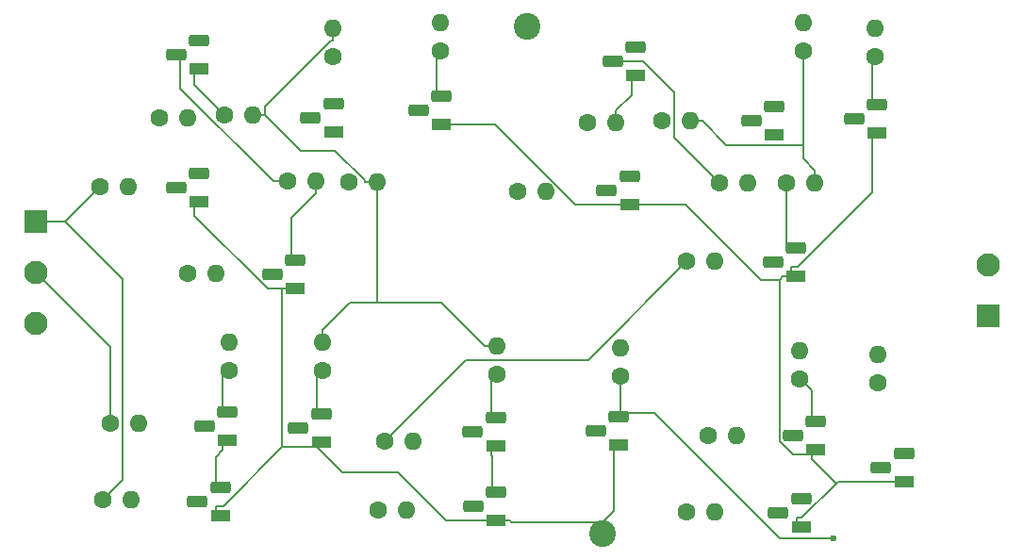
<source format=gbr>
%TF.GenerationSoftware,KiCad,Pcbnew,8.0.2-1*%
%TF.CreationDate,2024-05-13T20:57:24-04:00*%
%TF.ProjectId,Transistor_Calculator_V2,5472616e-7369-4737-946f-725f43616c63,rev?*%
%TF.SameCoordinates,Original*%
%TF.FileFunction,Copper,L2,Bot*%
%TF.FilePolarity,Positive*%
%FSLAX46Y46*%
G04 Gerber Fmt 4.6, Leading zero omitted, Abs format (unit mm)*
G04 Created by KiCad (PCBNEW 8.0.2-1) date 2024-05-13 20:57:24*
%MOMM*%
%LPD*%
G01*
G04 APERTURE LIST*
G04 Aperture macros list*
%AMRoundRect*
0 Rectangle with rounded corners*
0 $1 Rounding radius*
0 $2 $3 $4 $5 $6 $7 $8 $9 X,Y pos of 4 corners*
0 Add a 4 corners polygon primitive as box body*
4,1,4,$2,$3,$4,$5,$6,$7,$8,$9,$2,$3,0*
0 Add four circle primitives for the rounded corners*
1,1,$1+$1,$2,$3*
1,1,$1+$1,$4,$5*
1,1,$1+$1,$6,$7*
1,1,$1+$1,$8,$9*
0 Add four rect primitives between the rounded corners*
20,1,$1+$1,$2,$3,$4,$5,0*
20,1,$1+$1,$4,$5,$6,$7,0*
20,1,$1+$1,$6,$7,$8,$9,0*
20,1,$1+$1,$8,$9,$2,$3,0*%
G04 Aperture macros list end*
%TA.AperFunction,ComponentPad*%
%ADD10R,1.800000X1.100000*%
%TD*%
%TA.AperFunction,ComponentPad*%
%ADD11RoundRect,0.275000X0.625000X-0.275000X0.625000X0.275000X-0.625000X0.275000X-0.625000X-0.275000X0*%
%TD*%
%TA.AperFunction,ComponentPad*%
%ADD12C,1.600000*%
%TD*%
%TA.AperFunction,ComponentPad*%
%ADD13O,1.600000X1.600000*%
%TD*%
%TA.AperFunction,ComponentPad*%
%ADD14C,2.400000*%
%TD*%
%TA.AperFunction,ComponentPad*%
%ADD15RoundRect,0.250001X-0.799999X0.799999X-0.799999X-0.799999X0.799999X-0.799999X0.799999X0.799999X0*%
%TD*%
%TA.AperFunction,ComponentPad*%
%ADD16C,2.100000*%
%TD*%
%TA.AperFunction,ComponentPad*%
%ADD17RoundRect,0.250001X0.799999X-0.799999X0.799999X0.799999X-0.799999X0.799999X-0.799999X-0.799999X0*%
%TD*%
%TA.AperFunction,ViaPad*%
%ADD18C,0.600000*%
%TD*%
%TA.AperFunction,Conductor*%
%ADD19C,0.200000*%
%TD*%
%ADD20C,0.300000*%
%ADD21C,0.350000*%
G04 APERTURE END LIST*
D10*
%TO.P,Q15,1,E*%
%TO.N,Net-(J2-Pin_1)*%
X56920000Y-64350000D03*
D11*
%TO.P,Q15,2,B*%
%TO.N,Net-(Q15-B)*%
X54850000Y-63080000D03*
%TO.P,Q15,3,C*%
%TO.N,Net-(Q14-E)*%
X56920000Y-61810000D03*
%TD*%
D12*
%TO.P,R3,1*%
%TO.N,Net-(Q3-B)*%
X26650000Y-28220000D03*
D13*
%TO.P,R3,2*%
%TO.N,Net-(Q1-C)*%
X29190000Y-28220000D03*
%TD*%
D12*
%TO.P,R5,1*%
%TO.N,Net-(Q1-C)*%
X32510000Y-27910000D03*
D13*
%TO.P,R5,2*%
%TO.N,Net-(J1-Pin_1)*%
X35050000Y-27910000D03*
%TD*%
D10*
%TO.P,Q3,1,E*%
%TO.N,Net-(Q3-E)*%
X42300000Y-29420000D03*
D11*
%TO.P,Q3,2,B*%
%TO.N,Net-(Q3-B)*%
X40230000Y-28150000D03*
%TO.P,Q3,3,C*%
%TO.N,Net-(Q2-C)*%
X42300000Y-26880000D03*
%TD*%
D12*
%TO.P,R7,1*%
%TO.N,Net-(Q3-E)*%
X43680000Y-33950000D03*
D13*
%TO.P,R7,2*%
%TO.N,Net-(J1-Pin_1)*%
X46220000Y-33950000D03*
%TD*%
D10*
%TO.P,Q7,1,E*%
%TO.N,Net-(Q6-C)*%
X69460000Y-24360000D03*
D11*
%TO.P,Q7,2,B*%
%TO.N,Net-(Q7-B)*%
X67390000Y-23090000D03*
%TO.P,Q7,3,C*%
%TO.N,Net-(Q10-B)*%
X69460000Y-21820000D03*
%TD*%
D12*
%TO.P,R24,1*%
%TO.N,Net-(JP4-A)*%
X68100000Y-51410000D03*
D13*
%TO.P,R24,2*%
%TO.N,Net-(J1-Pin_1)*%
X68100000Y-48870000D03*
%TD*%
D12*
%TO.P,R6,1*%
%TO.N,Net-(Q2-B)*%
X38185000Y-33850000D03*
D13*
%TO.P,R6,2*%
%TO.N,Net-(Q3-E)*%
X40725000Y-33850000D03*
%TD*%
D12*
%TO.P,R19,1*%
%TO.N,Net-(Input_Pins1-Pin_2)*%
X22275000Y-55650000D03*
D13*
%TO.P,R19,2*%
%TO.N,Net-(Q11-B)*%
X24815000Y-55650000D03*
%TD*%
D10*
%TO.P,Q6,1,E*%
%TO.N,Net-(J2-Pin_1)*%
X68900000Y-35950000D03*
D11*
%TO.P,Q6,2,B*%
%TO.N,Net-(Q6-B)*%
X66830000Y-34680000D03*
%TO.P,Q6,3,C*%
%TO.N,Net-(Q6-C)*%
X68900000Y-33410000D03*
%TD*%
D12*
%TO.P,R15,1*%
%TO.N,Net-(J1-Pin_1)*%
X84470000Y-22165000D03*
D13*
%TO.P,R15,2*%
%TO.N,Net-(Q10-B)*%
X84470000Y-19625000D03*
%TD*%
D14*
%TO.P,J1,1,Pin_1*%
%TO.N,Net-(J1-Pin_1)*%
X59720000Y-20000000D03*
%TD*%
D10*
%TO.P,Q8,1,E*%
%TO.N,Net-(Q8-E)*%
X81880000Y-29740000D03*
D11*
%TO.P,Q8,2,B*%
%TO.N,Net-(Q8-B)*%
X79810000Y-28470000D03*
%TO.P,Q8,3,C*%
%TO.N,Net-(Q10-B)*%
X81880000Y-27200000D03*
%TD*%
D12*
%TO.P,R18,1*%
%TO.N,Net-(Input_Pins1-Pin_1)*%
X21585000Y-62520000D03*
D13*
%TO.P,R18,2*%
%TO.N,Net-(Q12-B)*%
X24125000Y-62520000D03*
%TD*%
D12*
%TO.P,R26,1*%
%TO.N,Net-(JP5-B)*%
X73975000Y-63540000D03*
D13*
%TO.P,R26,2*%
%TO.N,Net-(Q18-B)*%
X76515000Y-63540000D03*
%TD*%
D12*
%TO.P,R10,1*%
%TO.N,Net-(Input_Pins1-Pin_3)*%
X74000000Y-41080000D03*
D13*
%TO.P,R10,2*%
%TO.N,Net-(Q9-B)*%
X76540000Y-41080000D03*
%TD*%
D12*
%TO.P,R22,1*%
%TO.N,Net-(JP1-B)*%
X46345000Y-63390000D03*
D13*
%TO.P,R22,2*%
%TO.N,Net-(Q15-B)*%
X48885000Y-63390000D03*
%TD*%
D10*
%TO.P,Q12,1,E*%
%TO.N,Net-(J2-Pin_1)*%
X32130000Y-63900000D03*
D11*
%TO.P,Q12,2,B*%
%TO.N,Net-(Q12-B)*%
X30060000Y-62630000D03*
%TO.P,Q12,3,C*%
%TO.N,Net-(Q11-E)*%
X32130000Y-61360000D03*
%TD*%
D12*
%TO.P,R23,1*%
%TO.N,Net-(Q14-C)*%
X56960000Y-51190000D03*
D13*
%TO.P,R23,2*%
%TO.N,Net-(J1-Pin_1)*%
X56960000Y-48650000D03*
%TD*%
D15*
%TO.P,Input_Pins1,1,Pin_1*%
%TO.N,Net-(Input_Pins1-Pin_1)*%
X15600000Y-37470000D03*
D16*
%TO.P,Input_Pins1,2,Pin_2*%
%TO.N,Net-(Input_Pins1-Pin_2)*%
X15600000Y-42070000D03*
%TO.P,Input_Pins1,3,Pin_3*%
%TO.N,Net-(Input_Pins1-Pin_3)*%
X15600000Y-46670000D03*
%TD*%
D12*
%TO.P,R13,1*%
%TO.N,Net-(Q7-B)*%
X76955000Y-34000000D03*
D13*
%TO.P,R13,2*%
%TO.N,Net-(Q8-E)*%
X79495000Y-34000000D03*
%TD*%
D14*
%TO.P,J2,1,Pin_1*%
%TO.N,Net-(J2-Pin_1)*%
X66500000Y-65500000D03*
%TD*%
D10*
%TO.P,Q16,1,E*%
%TO.N,Net-(J2-Pin_1)*%
X67900000Y-57540000D03*
D11*
%TO.P,Q16,2,B*%
%TO.N,Net-(Q14-C)*%
X65830000Y-56270000D03*
%TO.P,Q16,3,C*%
%TO.N,Net-(JP4-A)*%
X67900000Y-55000000D03*
%TD*%
D10*
%TO.P,Q9,1,E*%
%TO.N,Net-(J2-Pin_1)*%
X83820000Y-42450000D03*
D11*
%TO.P,Q9,2,B*%
%TO.N,Net-(Q9-B)*%
X81750000Y-41180000D03*
%TO.P,Q9,3,C*%
%TO.N,Net-(Q8-E)*%
X83820000Y-39910000D03*
%TD*%
D17*
%TO.P,Output_Pins1,1,Pin_1*%
%TO.N,Net-(JP3-B)*%
X101120000Y-45970000D03*
D16*
%TO.P,Output_Pins1,2,Pin_2*%
%TO.N,Net-(JP2-B)*%
X101120000Y-41370000D03*
%TD*%
D12*
%TO.P,R4,1*%
%TO.N,Net-(JP1-A)*%
X51870000Y-22185000D03*
D13*
%TO.P,R4,2*%
%TO.N,Net-(J1-Pin_1)*%
X51870000Y-19645000D03*
%TD*%
D12*
%TO.P,R12,1*%
%TO.N,Net-(Q6-C)*%
X71775000Y-28450000D03*
D13*
%TO.P,R12,2*%
%TO.N,Net-(J1-Pin_1)*%
X74315000Y-28450000D03*
%TD*%
D12*
%TO.P,R8,1*%
%TO.N,Net-(JP2-A)*%
X90970000Y-22725000D03*
D13*
%TO.P,R8,2*%
%TO.N,Net-(J1-Pin_1)*%
X90970000Y-20185000D03*
%TD*%
D12*
%TO.P,R1,1*%
%TO.N,Net-(Input_Pins1-Pin_1)*%
X21325000Y-34330000D03*
D13*
%TO.P,R1,2*%
%TO.N,Net-(Q1-B)*%
X23865000Y-34330000D03*
%TD*%
D12*
%TO.P,R2,1*%
%TO.N,Net-(Input_Pins1-Pin_2)*%
X29240000Y-42150000D03*
D13*
%TO.P,R2,2*%
%TO.N,Net-(Q4-B)*%
X31780000Y-42150000D03*
%TD*%
D10*
%TO.P,Q18,1,E*%
%TO.N,Net-(J2-Pin_1)*%
X84300000Y-64970000D03*
D11*
%TO.P,Q18,2,B*%
%TO.N,Net-(Q18-B)*%
X82230000Y-63700000D03*
%TO.P,Q18,3,C*%
%TO.N,Net-(Q17-C)*%
X84300000Y-62430000D03*
%TD*%
D10*
%TO.P,Q2,1,E*%
%TO.N,Net-(Q1-C)*%
X30230000Y-23770000D03*
D11*
%TO.P,Q2,2,B*%
%TO.N,Net-(Q2-B)*%
X28160000Y-22500000D03*
%TO.P,Q2,3,C*%
%TO.N,Net-(Q2-C)*%
X30230000Y-21230000D03*
%TD*%
D12*
%TO.P,R20,1*%
%TO.N,Net-(Q11-C)*%
X32910000Y-50890000D03*
D13*
%TO.P,R20,2*%
%TO.N,Net-(J1-Pin_1)*%
X32910000Y-48350000D03*
%TD*%
D10*
%TO.P,Q1,1,E*%
%TO.N,Net-(J2-Pin_1)*%
X30230000Y-35700000D03*
D11*
%TO.P,Q1,2,B*%
%TO.N,Net-(Q1-B)*%
X28160000Y-34430000D03*
%TO.P,Q1,3,C*%
%TO.N,Net-(Q1-C)*%
X30230000Y-33160000D03*
%TD*%
D12*
%TO.P,R9,1*%
%TO.N,Net-(JP1-B)*%
X58815000Y-34830000D03*
D13*
%TO.P,R9,2*%
%TO.N,Net-(Q6-B)*%
X61355000Y-34830000D03*
%TD*%
D12*
%TO.P,R25,1*%
%TO.N,Net-(JP4-B)*%
X75945000Y-56720000D03*
D13*
%TO.P,R25,2*%
%TO.N,Net-(Q17-B)*%
X78485000Y-56720000D03*
%TD*%
D10*
%TO.P,Q19,1,E*%
%TO.N,Net-(J2-Pin_1)*%
X93530000Y-60860000D03*
D11*
%TO.P,Q19,2,B*%
%TO.N,Net-(Q17-C)*%
X91460000Y-59590000D03*
%TO.P,Q19,3,C*%
%TO.N,Net-(JP3-A)*%
X93530000Y-58320000D03*
%TD*%
D10*
%TO.P,Q4,1,E*%
%TO.N,Net-(J2-Pin_1)*%
X38900000Y-43520000D03*
D11*
%TO.P,Q4,2,B*%
%TO.N,Net-(Q4-B)*%
X36830000Y-42250000D03*
%TO.P,Q4,3,C*%
%TO.N,Net-(Q3-E)*%
X38900000Y-40980000D03*
%TD*%
D12*
%TO.P,R27,1*%
%TO.N,Net-(Q17-C)*%
X84180000Y-51640000D03*
D13*
%TO.P,R27,2*%
%TO.N,Net-(J1-Pin_1)*%
X84180000Y-49100000D03*
%TD*%
D10*
%TO.P,Q13,1,E*%
%TO.N,Net-(J2-Pin_1)*%
X41200000Y-57330000D03*
D11*
%TO.P,Q13,2,B*%
%TO.N,Net-(Q11-C)*%
X39130000Y-56060000D03*
%TO.P,Q13,3,C*%
%TO.N,Net-(JP5-A)*%
X41200000Y-54790000D03*
%TD*%
D10*
%TO.P,Q5,1,E*%
%TO.N,Net-(J2-Pin_1)*%
X52000000Y-28740000D03*
D11*
%TO.P,Q5,2,B*%
%TO.N,Net-(Q2-C)*%
X49930000Y-27470000D03*
%TO.P,Q5,3,C*%
%TO.N,Net-(JP1-A)*%
X52000000Y-26200000D03*
%TD*%
D12*
%TO.P,R17,1*%
%TO.N,Net-(Q2-C)*%
X42220000Y-22715000D03*
D13*
%TO.P,R17,2*%
%TO.N,Net-(J1-Pin_1)*%
X42220000Y-20175000D03*
%TD*%
D10*
%TO.P,Q11,1,E*%
%TO.N,Net-(Q11-E)*%
X32780000Y-57170000D03*
D11*
%TO.P,Q11,2,B*%
%TO.N,Net-(Q11-B)*%
X30710000Y-55900000D03*
%TO.P,Q11,3,C*%
%TO.N,Net-(Q11-C)*%
X32780000Y-54630000D03*
%TD*%
D12*
%TO.P,R21,1*%
%TO.N,Net-(Input_Pins1-Pin_3)*%
X46865000Y-57230000D03*
D13*
%TO.P,R21,2*%
%TO.N,Net-(Q14-B)*%
X49405000Y-57230000D03*
%TD*%
D10*
%TO.P,Q10,1,E*%
%TO.N,Net-(J2-Pin_1)*%
X91100000Y-29515000D03*
D11*
%TO.P,Q10,2,B*%
%TO.N,Net-(Q10-B)*%
X89030000Y-28245000D03*
%TO.P,Q10,3,C*%
%TO.N,Net-(JP2-A)*%
X91100000Y-26975000D03*
%TD*%
D12*
%TO.P,R28,1*%
%TO.N,Net-(JP3-A)*%
X91160000Y-51960000D03*
D13*
%TO.P,R28,2*%
%TO.N,Net-(J1-Pin_1)*%
X91160000Y-49420000D03*
%TD*%
D10*
%TO.P,Q17,1,E*%
%TO.N,Net-(J2-Pin_1)*%
X85630000Y-57990000D03*
D11*
%TO.P,Q17,2,B*%
%TO.N,Net-(Q17-B)*%
X83560000Y-56720000D03*
%TO.P,Q17,3,C*%
%TO.N,Net-(Q17-C)*%
X85630000Y-55450000D03*
%TD*%
D10*
%TO.P,Q14,1,E*%
%TO.N,Net-(Q14-E)*%
X56880000Y-57690000D03*
D11*
%TO.P,Q14,2,B*%
%TO.N,Net-(Q14-B)*%
X54810000Y-56420000D03*
%TO.P,Q14,3,C*%
%TO.N,Net-(Q14-C)*%
X56880000Y-55150000D03*
%TD*%
D12*
%TO.P,R11,1*%
%TO.N,Net-(Q8-B)*%
X65135000Y-28610000D03*
D13*
%TO.P,R11,2*%
%TO.N,Net-(Q6-C)*%
X67675000Y-28610000D03*
%TD*%
D12*
%TO.P,R14,1*%
%TO.N,Net-(Q8-E)*%
X82960000Y-34000000D03*
D13*
%TO.P,R14,2*%
%TO.N,Net-(J1-Pin_1)*%
X85500000Y-34000000D03*
%TD*%
D12*
%TO.P,R16,1*%
%TO.N,Net-(JP5-A)*%
X41280000Y-50885000D03*
D13*
%TO.P,R16,2*%
%TO.N,Net-(J1-Pin_1)*%
X41280000Y-48345000D03*
%TD*%
D18*
%TO.N,Net-(JP4-A)*%
X87237500Y-65955600D03*
%TD*%
D19*
%TO.N,Net-(Input_Pins1-Pin_3)*%
X54175000Y-49920000D02*
X65160000Y-49920000D01*
X46865000Y-57230000D02*
X54175000Y-49920000D01*
X65160000Y-49920000D02*
X74000000Y-41080000D01*
%TO.N,Net-(Input_Pins1-Pin_2)*%
X22275000Y-48745000D02*
X22275000Y-55650000D01*
X15600000Y-42070000D02*
X22275000Y-48745000D01*
%TO.N,Net-(Input_Pins1-Pin_1)*%
X23386700Y-42671700D02*
X23386700Y-60718300D01*
X15600000Y-37470000D02*
X18185000Y-37470000D01*
X18185000Y-37470000D02*
X23386700Y-42671700D01*
X18185000Y-37470000D02*
X21325000Y-34330000D01*
X23386700Y-60718300D02*
X21585000Y-62520000D01*
%TO.N,Net-(JP1-A)*%
X51600000Y-22455000D02*
X51600000Y-26200000D01*
X51870000Y-22185000D02*
X51600000Y-22455000D01*
%TO.N,Net-(J1-Pin_1)*%
X84470000Y-31868300D02*
X85500000Y-32898300D01*
X41280000Y-48345000D02*
X41280000Y-47243300D01*
X85500000Y-32898300D02*
X85500000Y-34000000D01*
X42085800Y-21276700D02*
X36151700Y-27210800D01*
X42220000Y-21276700D02*
X42085800Y-21276700D01*
X39380800Y-31139100D02*
X36151700Y-27910000D01*
X84470000Y-30626800D02*
X77593500Y-30626800D01*
X84470000Y-22165000D02*
X84470000Y-30626800D01*
X42445100Y-31139100D02*
X39380800Y-31139100D01*
X42220000Y-20175000D02*
X42220000Y-21276700D01*
X84470000Y-30626800D02*
X84470000Y-31868300D01*
X46220000Y-44773300D02*
X51981600Y-44773300D01*
X46220000Y-44773300D02*
X46220000Y-33950000D01*
X45118300Y-33950000D02*
X45118300Y-33812300D01*
X46220000Y-33950000D02*
X45118300Y-33950000D01*
X77593500Y-30626800D02*
X75416700Y-28450000D01*
X45118300Y-33812300D02*
X42445100Y-31139100D01*
X75416700Y-28450000D02*
X74315000Y-28450000D01*
X36151700Y-27210800D02*
X36151700Y-27910000D01*
X35050000Y-27910000D02*
X36151700Y-27910000D01*
X51981600Y-44773300D02*
X55858300Y-48650000D01*
X55858300Y-48650000D02*
X56960000Y-48650000D01*
X41280000Y-47243300D02*
X43750000Y-44773300D01*
X43750000Y-44773300D02*
X46220000Y-44773300D01*
%TO.N,Net-(Q1-C)*%
X32510000Y-27910000D02*
X29830000Y-25230000D01*
X29830000Y-25230000D02*
X29830000Y-23770000D01*
%TO.N,Net-(Q2-B)*%
X38185000Y-33850000D02*
X36878600Y-33850000D01*
X36878600Y-33850000D02*
X28560000Y-25531400D01*
X28560000Y-25531400D02*
X28560000Y-22500000D01*
%TO.N,Net-(Q3-E)*%
X40725000Y-33850000D02*
X40725000Y-34951700D01*
X40725000Y-34951700D02*
X38500000Y-37176700D01*
X38500000Y-37176700D02*
X38500000Y-40980000D01*
%TO.N,Net-(Q6-C)*%
X69060000Y-26123300D02*
X69060000Y-24360000D01*
X67675000Y-28610000D02*
X67675000Y-27508300D01*
X67675000Y-27508300D02*
X69060000Y-26123300D01*
%TO.N,Net-(Q7-B)*%
X72920900Y-29965900D02*
X72920900Y-25886900D01*
X70124000Y-23090000D02*
X67790000Y-23090000D01*
X76955000Y-34000000D02*
X72920900Y-29965900D01*
X72920900Y-25886900D02*
X70124000Y-23090000D01*
%TO.N,Net-(Q8-E)*%
X82960000Y-34000000D02*
X82960000Y-39450000D01*
X82960000Y-39450000D02*
X83420000Y-39910000D01*
%TO.N,Net-(Q11-C)*%
X32380000Y-51420000D02*
X32380000Y-54630000D01*
X32910000Y-50890000D02*
X32380000Y-51420000D01*
%TO.N,Net-(Q11-E)*%
X32380000Y-57170000D02*
X32380000Y-58021700D01*
X31730000Y-58671700D02*
X31730000Y-61360000D01*
X32380000Y-58021700D02*
X31730000Y-58671700D01*
%TO.N,Net-(JP2-A)*%
X90700000Y-22995000D02*
X90700000Y-26975000D01*
X90970000Y-22725000D02*
X90700000Y-22995000D01*
%TO.N,Net-(Q14-E)*%
X56520000Y-58581700D02*
X56520000Y-61810000D01*
X56480000Y-57690000D02*
X56480000Y-58541700D01*
X56480000Y-58541700D02*
X56520000Y-58581700D01*
%TO.N,Net-(Q14-C)*%
X56480000Y-51670000D02*
X56480000Y-55150000D01*
X56960000Y-51190000D02*
X56480000Y-51670000D01*
%TO.N,Net-(Q17-C)*%
X85230000Y-52690000D02*
X85230000Y-55450000D01*
X84180000Y-51640000D02*
X85230000Y-52690000D01*
%TO.N,Net-(J2-Pin_1)*%
X82338500Y-42729800D02*
X80665400Y-42729800D01*
X31730000Y-63048300D02*
X32405800Y-63048300D01*
X82338500Y-42729800D02*
X82618300Y-42450000D01*
X43094200Y-60050000D02*
X40800000Y-57755800D01*
X73885600Y-35950000D02*
X68500000Y-35950000D01*
X83900000Y-64118300D02*
X83900000Y-64970000D01*
X66500000Y-64500000D02*
X58271700Y-64500000D01*
X66500000Y-64500000D02*
X66500000Y-65500000D01*
X87591100Y-60860000D02*
X87419700Y-61031400D01*
X31730000Y-63900000D02*
X31730000Y-63048300D01*
X40800000Y-57330000D02*
X40800000Y-57755800D01*
X80665400Y-42729800D02*
X73885600Y-35950000D01*
X85230000Y-58841700D02*
X85230000Y-58415800D01*
X83523200Y-58415800D02*
X82338500Y-57231100D01*
X51600000Y-28740000D02*
X56823100Y-28740000D01*
X83420000Y-42450000D02*
X83420000Y-41598300D01*
X37698300Y-43520000D02*
X36382000Y-43520000D01*
X38500000Y-43520000D02*
X37698300Y-43520000D01*
X84332800Y-64118300D02*
X83900000Y-64118300D01*
X87419700Y-61031400D02*
X85230000Y-58841700D01*
X48129200Y-60050000D02*
X43094200Y-60050000D01*
X37698300Y-57755800D02*
X40800000Y-57755800D01*
X83420000Y-41598300D02*
X83952300Y-41598300D01*
X67500000Y-63500000D02*
X66500000Y-64500000D01*
X37698300Y-57755800D02*
X37698300Y-43520000D01*
X64033100Y-35950000D02*
X68500000Y-35950000D01*
X58271700Y-64500000D02*
X58121700Y-64350000D01*
X85230000Y-57990000D02*
X85230000Y-58415800D01*
X32405800Y-63048300D02*
X37698300Y-57755800D01*
X58121700Y-64350000D02*
X56520000Y-64350000D01*
X82618300Y-42450000D02*
X83420000Y-42450000D01*
X52429200Y-64350000D02*
X48129200Y-60050000D01*
X85230000Y-58415800D02*
X83523200Y-58415800D01*
X83952300Y-41598300D02*
X90700000Y-34850600D01*
X90700000Y-34850600D02*
X90700000Y-29515000D01*
X82338500Y-57231100D02*
X82338500Y-42729800D01*
X87419700Y-61031400D02*
X84332800Y-64118300D01*
X36382000Y-43520000D02*
X29830000Y-36968000D01*
X29830000Y-36968000D02*
X29830000Y-35700000D01*
X67500000Y-57540000D02*
X67500000Y-63500000D01*
X56520000Y-64350000D02*
X52429200Y-64350000D01*
X56823100Y-28740000D02*
X64033100Y-35950000D01*
X93130000Y-60860000D02*
X87591100Y-60860000D01*
%TO.N,Net-(JP4-A)*%
X67800000Y-54700000D02*
X68100000Y-54700000D01*
X68100000Y-51410000D02*
X68100000Y-54700000D01*
X82399900Y-65955600D02*
X87237500Y-65955600D01*
X68100000Y-54700000D02*
X71144300Y-54700000D01*
X71144300Y-54700000D02*
X82399900Y-65955600D01*
X67500000Y-55000000D02*
X67800000Y-54700000D01*
%TO.N,Net-(JP5-A)*%
X40800000Y-51365000D02*
X40800000Y-54790000D01*
X41280000Y-50885000D02*
X40800000Y-51365000D01*
%TD*%
D20*
X87237500Y-65955600D03*
D21*
X56520000Y-64350000D03*
X55250000Y-63080000D03*
X56520000Y-61810000D03*
X26650000Y-28220000D03*
X29190000Y-28220000D03*
X32510000Y-27910000D03*
X35050000Y-27910000D03*
X41900000Y-29420000D03*
X40630000Y-28150000D03*
X41900000Y-26880000D03*
X43680000Y-33950000D03*
X46220000Y-33950000D03*
X69060000Y-24360000D03*
X67790000Y-23090000D03*
X69060000Y-21820000D03*
X68100000Y-51410000D03*
X68100000Y-48870000D03*
X38185000Y-33850000D03*
X40725000Y-33850000D03*
X22275000Y-55650000D03*
X24815000Y-55650000D03*
X68500000Y-35950000D03*
X67230000Y-34680000D03*
X68500000Y-33410000D03*
X84470000Y-22165000D03*
X84470000Y-19625000D03*
X59720000Y-20000000D03*
X81480000Y-29740000D03*
X80210000Y-28470000D03*
X81480000Y-27200000D03*
X21585000Y-62520000D03*
X24125000Y-62520000D03*
X73975000Y-63540000D03*
X76515000Y-63540000D03*
X74000000Y-41080000D03*
X76540000Y-41080000D03*
X46345000Y-63390000D03*
X48885000Y-63390000D03*
X31730000Y-63900000D03*
X30460000Y-62630000D03*
X31730000Y-61360000D03*
X56960000Y-51190000D03*
X56960000Y-48650000D03*
X15600000Y-37470000D03*
X15600000Y-42070000D03*
X15600000Y-46670000D03*
X76955000Y-34000000D03*
X79495000Y-34000000D03*
X66500000Y-65500000D03*
X67500000Y-57540000D03*
X66230000Y-56270000D03*
X67500000Y-55000000D03*
X83420000Y-42450000D03*
X82150000Y-41180000D03*
X83420000Y-39910000D03*
X101120000Y-45970000D03*
X101120000Y-41370000D03*
X51870000Y-22185000D03*
X51870000Y-19645000D03*
X71775000Y-28450000D03*
X74315000Y-28450000D03*
X90970000Y-22725000D03*
X90970000Y-20185000D03*
X21325000Y-34330000D03*
X23865000Y-34330000D03*
X29240000Y-42150000D03*
X31780000Y-42150000D03*
X83900000Y-64970000D03*
X82630000Y-63700000D03*
X83900000Y-62430000D03*
X29830000Y-23770000D03*
X28560000Y-22500000D03*
X29830000Y-21230000D03*
X32910000Y-50890000D03*
X32910000Y-48350000D03*
X29830000Y-35700000D03*
X28560000Y-34430000D03*
X29830000Y-33160000D03*
X58815000Y-34830000D03*
X61355000Y-34830000D03*
X75945000Y-56720000D03*
X78485000Y-56720000D03*
X93130000Y-60860000D03*
X91860000Y-59590000D03*
X93130000Y-58320000D03*
X38500000Y-43520000D03*
X37230000Y-42250000D03*
X38500000Y-40980000D03*
X84180000Y-51640000D03*
X84180000Y-49100000D03*
X40800000Y-57330000D03*
X39530000Y-56060000D03*
X40800000Y-54790000D03*
X51600000Y-28740000D03*
X50330000Y-27470000D03*
X51600000Y-26200000D03*
X42220000Y-22715000D03*
X42220000Y-20175000D03*
X32380000Y-57170000D03*
X31110000Y-55900000D03*
X32380000Y-54630000D03*
X46865000Y-57230000D03*
X49405000Y-57230000D03*
X90700000Y-29515000D03*
X89430000Y-28245000D03*
X90700000Y-26975000D03*
X91160000Y-51960000D03*
X91160000Y-49420000D03*
X85230000Y-57990000D03*
X83960000Y-56720000D03*
X85230000Y-55450000D03*
X56480000Y-57690000D03*
X55210000Y-56420000D03*
X56480000Y-55150000D03*
X65135000Y-28610000D03*
X67675000Y-28610000D03*
X82960000Y-34000000D03*
X85500000Y-34000000D03*
X41280000Y-50885000D03*
X41280000Y-48345000D03*
M02*

</source>
